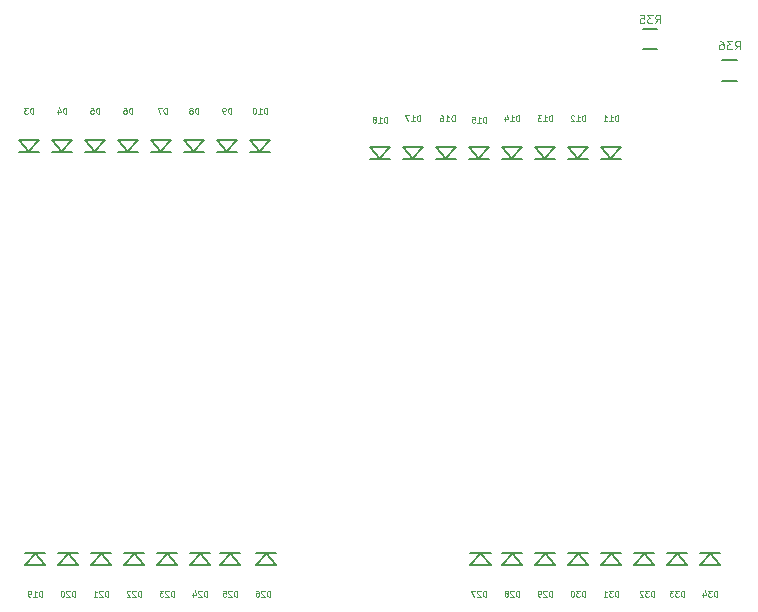
<source format=gbr>
G04 #@! TF.FileFunction,Legend,Bot*
%FSLAX46Y46*%
G04 Gerber Fmt 4.6, Leading zero omitted, Abs format (unit mm)*
G04 Created by KiCad (PCBNEW 201611211049+7371~55~ubuntu16.10.1-product) date Tue Dec 27 15:06:12 2016*
%MOMM*%
%LPD*%
G01*
G04 APERTURE LIST*
%ADD10C,0.100000*%
%ADD11C,0.150000*%
%ADD12C,0.125000*%
G04 APERTURE END LIST*
D10*
D11*
X140157200Y-65424240D02*
X141058000Y-64423480D01*
X141058000Y-64423480D02*
X139358000Y-64423480D01*
X139358000Y-64423480D02*
X140208000Y-65424240D01*
X141058000Y-65424240D02*
X139358000Y-65424240D01*
X142951200Y-65424240D02*
X143852000Y-64423480D01*
X143852000Y-64423480D02*
X142152000Y-64423480D01*
X142152000Y-64423480D02*
X143002000Y-65424240D01*
X143852000Y-65424240D02*
X142152000Y-65424240D01*
X145745200Y-65424240D02*
X146646000Y-64423480D01*
X146646000Y-64423480D02*
X144946000Y-64423480D01*
X144946000Y-64423480D02*
X145796000Y-65424240D01*
X146646000Y-65424240D02*
X144946000Y-65424240D01*
X149440000Y-65424240D02*
X147740000Y-65424240D01*
X147740000Y-64423480D02*
X148590000Y-65424240D01*
X149440000Y-64423480D02*
X147740000Y-64423480D01*
X148539200Y-65424240D02*
X149440000Y-64423480D01*
X151333200Y-65424240D02*
X152234000Y-64423480D01*
X152234000Y-64423480D02*
X150534000Y-64423480D01*
X150534000Y-64423480D02*
X151384000Y-65424240D01*
X152234000Y-65424240D02*
X150534000Y-65424240D01*
X154127200Y-65424240D02*
X155028000Y-64423480D01*
X155028000Y-64423480D02*
X153328000Y-64423480D01*
X153328000Y-64423480D02*
X154178000Y-65424240D01*
X155028000Y-65424240D02*
X153328000Y-65424240D01*
X157822000Y-65424240D02*
X156122000Y-65424240D01*
X156122000Y-64423480D02*
X156972000Y-65424240D01*
X157822000Y-64423480D02*
X156122000Y-64423480D01*
X156921200Y-65424240D02*
X157822000Y-64423480D01*
X159715200Y-65424240D02*
X160616000Y-64423480D01*
X160616000Y-64423480D02*
X158916000Y-64423480D01*
X158916000Y-64423480D02*
X159766000Y-65424240D01*
X160616000Y-65424240D02*
X158916000Y-65424240D01*
X189433200Y-66059240D02*
X190334000Y-65058480D01*
X190334000Y-65058480D02*
X188634000Y-65058480D01*
X188634000Y-65058480D02*
X189484000Y-66059240D01*
X190334000Y-66059240D02*
X188634000Y-66059240D01*
X186639200Y-66059240D02*
X187540000Y-65058480D01*
X187540000Y-65058480D02*
X185840000Y-65058480D01*
X185840000Y-65058480D02*
X186690000Y-66059240D01*
X187540000Y-66059240D02*
X185840000Y-66059240D01*
X183845200Y-66059240D02*
X184746000Y-65058480D01*
X184746000Y-65058480D02*
X183046000Y-65058480D01*
X183046000Y-65058480D02*
X183896000Y-66059240D01*
X184746000Y-66059240D02*
X183046000Y-66059240D01*
X181051200Y-66059240D02*
X181952000Y-65058480D01*
X181952000Y-65058480D02*
X180252000Y-65058480D01*
X180252000Y-65058480D02*
X181102000Y-66059240D01*
X181952000Y-66059240D02*
X180252000Y-66059240D01*
X178257200Y-66059240D02*
X179158000Y-65058480D01*
X179158000Y-65058480D02*
X177458000Y-65058480D01*
X177458000Y-65058480D02*
X178308000Y-66059240D01*
X179158000Y-66059240D02*
X177458000Y-66059240D01*
X175463200Y-66059240D02*
X176364000Y-65058480D01*
X176364000Y-65058480D02*
X174664000Y-65058480D01*
X174664000Y-65058480D02*
X175514000Y-66059240D01*
X176364000Y-66059240D02*
X174664000Y-66059240D01*
X172669200Y-66059240D02*
X173570000Y-65058480D01*
X173570000Y-65058480D02*
X171870000Y-65058480D01*
X171870000Y-65058480D02*
X172720000Y-66059240D01*
X173570000Y-66059240D02*
X171870000Y-66059240D01*
X169875200Y-66059240D02*
X170776000Y-65058480D01*
X170776000Y-65058480D02*
X169076000Y-65058480D01*
X169076000Y-65058480D02*
X169926000Y-66059240D01*
X170776000Y-66059240D02*
X169076000Y-66059240D01*
X140766800Y-99421760D02*
X139866000Y-100422520D01*
X139866000Y-100422520D02*
X141566000Y-100422520D01*
X141566000Y-100422520D02*
X140716000Y-99421760D01*
X139866000Y-99421760D02*
X141566000Y-99421760D01*
X143560800Y-99421760D02*
X142660000Y-100422520D01*
X142660000Y-100422520D02*
X144360000Y-100422520D01*
X144360000Y-100422520D02*
X143510000Y-99421760D01*
X142660000Y-99421760D02*
X144360000Y-99421760D01*
X146354800Y-99421760D02*
X145454000Y-100422520D01*
X145454000Y-100422520D02*
X147154000Y-100422520D01*
X147154000Y-100422520D02*
X146304000Y-99421760D01*
X145454000Y-99421760D02*
X147154000Y-99421760D01*
X149148800Y-99421760D02*
X148248000Y-100422520D01*
X148248000Y-100422520D02*
X149948000Y-100422520D01*
X149948000Y-100422520D02*
X149098000Y-99421760D01*
X148248000Y-99421760D02*
X149948000Y-99421760D01*
X151942800Y-99421760D02*
X151042000Y-100422520D01*
X151042000Y-100422520D02*
X152742000Y-100422520D01*
X152742000Y-100422520D02*
X151892000Y-99421760D01*
X151042000Y-99421760D02*
X152742000Y-99421760D01*
X154736800Y-99421760D02*
X153836000Y-100422520D01*
X153836000Y-100422520D02*
X155536000Y-100422520D01*
X155536000Y-100422520D02*
X154686000Y-99421760D01*
X153836000Y-99421760D02*
X155536000Y-99421760D01*
X157276800Y-99421760D02*
X156376000Y-100422520D01*
X156376000Y-100422520D02*
X158076000Y-100422520D01*
X158076000Y-100422520D02*
X157226000Y-99421760D01*
X156376000Y-99421760D02*
X158076000Y-99421760D01*
X160324800Y-99421760D02*
X159424000Y-100422520D01*
X159424000Y-100422520D02*
X161124000Y-100422520D01*
X161124000Y-100422520D02*
X160274000Y-99421760D01*
X159424000Y-99421760D02*
X161124000Y-99421760D01*
X178485800Y-99421760D02*
X177585000Y-100422520D01*
X177585000Y-100422520D02*
X179285000Y-100422520D01*
X179285000Y-100422520D02*
X178435000Y-99421760D01*
X177585000Y-99421760D02*
X179285000Y-99421760D01*
X181152800Y-99421760D02*
X180252000Y-100422520D01*
X180252000Y-100422520D02*
X181952000Y-100422520D01*
X181952000Y-100422520D02*
X181102000Y-99421760D01*
X180252000Y-99421760D02*
X181952000Y-99421760D01*
X183946800Y-99421760D02*
X183046000Y-100422520D01*
X183046000Y-100422520D02*
X184746000Y-100422520D01*
X184746000Y-100422520D02*
X183896000Y-99421760D01*
X183046000Y-99421760D02*
X184746000Y-99421760D01*
X186740800Y-99421760D02*
X185840000Y-100422520D01*
X185840000Y-100422520D02*
X187540000Y-100422520D01*
X187540000Y-100422520D02*
X186690000Y-99421760D01*
X185840000Y-99421760D02*
X187540000Y-99421760D01*
X189534800Y-99421760D02*
X188634000Y-100422520D01*
X188634000Y-100422520D02*
X190334000Y-100422520D01*
X190334000Y-100422520D02*
X189484000Y-99421760D01*
X188634000Y-99421760D02*
X190334000Y-99421760D01*
X192328800Y-99421760D02*
X191428000Y-100422520D01*
X191428000Y-100422520D02*
X193128000Y-100422520D01*
X193128000Y-100422520D02*
X192278000Y-99421760D01*
X191428000Y-99421760D02*
X193128000Y-99421760D01*
X195122800Y-99421760D02*
X194222000Y-100422520D01*
X194222000Y-100422520D02*
X195922000Y-100422520D01*
X195922000Y-100422520D02*
X195072000Y-99421760D01*
X194222000Y-99421760D02*
X195922000Y-99421760D01*
X197916800Y-99421760D02*
X197016000Y-100422520D01*
X197016000Y-100422520D02*
X198716000Y-100422520D01*
X198716000Y-100422520D02*
X197866000Y-99421760D01*
X197016000Y-99421760D02*
X198716000Y-99421760D01*
X193386000Y-55005000D02*
X192186000Y-55005000D01*
X192186000Y-56755000D02*
X193386000Y-56755000D01*
X200117000Y-57672000D02*
X198917000Y-57672000D01*
X198917000Y-59422000D02*
X200117000Y-59422000D01*
D12*
X140577047Y-62202190D02*
X140577047Y-61702190D01*
X140458000Y-61702190D01*
X140386571Y-61726000D01*
X140338952Y-61773619D01*
X140315142Y-61821238D01*
X140291333Y-61916476D01*
X140291333Y-61987904D01*
X140315142Y-62083142D01*
X140338952Y-62130761D01*
X140386571Y-62178380D01*
X140458000Y-62202190D01*
X140577047Y-62202190D01*
X140124666Y-61702190D02*
X139815142Y-61702190D01*
X139981809Y-61892666D01*
X139910380Y-61892666D01*
X139862761Y-61916476D01*
X139838952Y-61940285D01*
X139815142Y-61987904D01*
X139815142Y-62106952D01*
X139838952Y-62154571D01*
X139862761Y-62178380D01*
X139910380Y-62202190D01*
X140053238Y-62202190D01*
X140100857Y-62178380D01*
X140124666Y-62154571D01*
X143371047Y-62202190D02*
X143371047Y-61702190D01*
X143252000Y-61702190D01*
X143180571Y-61726000D01*
X143132952Y-61773619D01*
X143109142Y-61821238D01*
X143085333Y-61916476D01*
X143085333Y-61987904D01*
X143109142Y-62083142D01*
X143132952Y-62130761D01*
X143180571Y-62178380D01*
X143252000Y-62202190D01*
X143371047Y-62202190D01*
X142656761Y-61868857D02*
X142656761Y-62202190D01*
X142775809Y-61678380D02*
X142894857Y-62035523D01*
X142585333Y-62035523D01*
X146165047Y-62202190D02*
X146165047Y-61702190D01*
X146046000Y-61702190D01*
X145974571Y-61726000D01*
X145926952Y-61773619D01*
X145903142Y-61821238D01*
X145879333Y-61916476D01*
X145879333Y-61987904D01*
X145903142Y-62083142D01*
X145926952Y-62130761D01*
X145974571Y-62178380D01*
X146046000Y-62202190D01*
X146165047Y-62202190D01*
X145426952Y-61702190D02*
X145665047Y-61702190D01*
X145688857Y-61940285D01*
X145665047Y-61916476D01*
X145617428Y-61892666D01*
X145498380Y-61892666D01*
X145450761Y-61916476D01*
X145426952Y-61940285D01*
X145403142Y-61987904D01*
X145403142Y-62106952D01*
X145426952Y-62154571D01*
X145450761Y-62178380D01*
X145498380Y-62202190D01*
X145617428Y-62202190D01*
X145665047Y-62178380D01*
X145688857Y-62154571D01*
X148959047Y-62202190D02*
X148959047Y-61702190D01*
X148840000Y-61702190D01*
X148768571Y-61726000D01*
X148720952Y-61773619D01*
X148697142Y-61821238D01*
X148673333Y-61916476D01*
X148673333Y-61987904D01*
X148697142Y-62083142D01*
X148720952Y-62130761D01*
X148768571Y-62178380D01*
X148840000Y-62202190D01*
X148959047Y-62202190D01*
X148244761Y-61702190D02*
X148340000Y-61702190D01*
X148387619Y-61726000D01*
X148411428Y-61749809D01*
X148459047Y-61821238D01*
X148482857Y-61916476D01*
X148482857Y-62106952D01*
X148459047Y-62154571D01*
X148435238Y-62178380D01*
X148387619Y-62202190D01*
X148292380Y-62202190D01*
X148244761Y-62178380D01*
X148220952Y-62154571D01*
X148197142Y-62106952D01*
X148197142Y-61987904D01*
X148220952Y-61940285D01*
X148244761Y-61916476D01*
X148292380Y-61892666D01*
X148387619Y-61892666D01*
X148435238Y-61916476D01*
X148459047Y-61940285D01*
X148482857Y-61987904D01*
X151880047Y-62202190D02*
X151880047Y-61702190D01*
X151761000Y-61702190D01*
X151689571Y-61726000D01*
X151641952Y-61773619D01*
X151618142Y-61821238D01*
X151594333Y-61916476D01*
X151594333Y-61987904D01*
X151618142Y-62083142D01*
X151641952Y-62130761D01*
X151689571Y-62178380D01*
X151761000Y-62202190D01*
X151880047Y-62202190D01*
X151427666Y-61702190D02*
X151094333Y-61702190D01*
X151308619Y-62202190D01*
X154547047Y-62202190D02*
X154547047Y-61702190D01*
X154428000Y-61702190D01*
X154356571Y-61726000D01*
X154308952Y-61773619D01*
X154285142Y-61821238D01*
X154261333Y-61916476D01*
X154261333Y-61987904D01*
X154285142Y-62083142D01*
X154308952Y-62130761D01*
X154356571Y-62178380D01*
X154428000Y-62202190D01*
X154547047Y-62202190D01*
X153975619Y-61916476D02*
X154023238Y-61892666D01*
X154047047Y-61868857D01*
X154070857Y-61821238D01*
X154070857Y-61797428D01*
X154047047Y-61749809D01*
X154023238Y-61726000D01*
X153975619Y-61702190D01*
X153880380Y-61702190D01*
X153832761Y-61726000D01*
X153808952Y-61749809D01*
X153785142Y-61797428D01*
X153785142Y-61821238D01*
X153808952Y-61868857D01*
X153832761Y-61892666D01*
X153880380Y-61916476D01*
X153975619Y-61916476D01*
X154023238Y-61940285D01*
X154047047Y-61964095D01*
X154070857Y-62011714D01*
X154070857Y-62106952D01*
X154047047Y-62154571D01*
X154023238Y-62178380D01*
X153975619Y-62202190D01*
X153880380Y-62202190D01*
X153832761Y-62178380D01*
X153808952Y-62154571D01*
X153785142Y-62106952D01*
X153785142Y-62011714D01*
X153808952Y-61964095D01*
X153832761Y-61940285D01*
X153880380Y-61916476D01*
X157341047Y-62202190D02*
X157341047Y-61702190D01*
X157222000Y-61702190D01*
X157150571Y-61726000D01*
X157102952Y-61773619D01*
X157079142Y-61821238D01*
X157055333Y-61916476D01*
X157055333Y-61987904D01*
X157079142Y-62083142D01*
X157102952Y-62130761D01*
X157150571Y-62178380D01*
X157222000Y-62202190D01*
X157341047Y-62202190D01*
X156817238Y-62202190D02*
X156722000Y-62202190D01*
X156674380Y-62178380D01*
X156650571Y-62154571D01*
X156602952Y-62083142D01*
X156579142Y-61987904D01*
X156579142Y-61797428D01*
X156602952Y-61749809D01*
X156626761Y-61726000D01*
X156674380Y-61702190D01*
X156769619Y-61702190D01*
X156817238Y-61726000D01*
X156841047Y-61749809D01*
X156864857Y-61797428D01*
X156864857Y-61916476D01*
X156841047Y-61964095D01*
X156817238Y-61987904D01*
X156769619Y-62011714D01*
X156674380Y-62011714D01*
X156626761Y-61987904D01*
X156602952Y-61964095D01*
X156579142Y-61916476D01*
X160373142Y-62202190D02*
X160373142Y-61702190D01*
X160254095Y-61702190D01*
X160182666Y-61726000D01*
X160135047Y-61773619D01*
X160111238Y-61821238D01*
X160087428Y-61916476D01*
X160087428Y-61987904D01*
X160111238Y-62083142D01*
X160135047Y-62130761D01*
X160182666Y-62178380D01*
X160254095Y-62202190D01*
X160373142Y-62202190D01*
X159611238Y-62202190D02*
X159896952Y-62202190D01*
X159754095Y-62202190D02*
X159754095Y-61702190D01*
X159801714Y-61773619D01*
X159849333Y-61821238D01*
X159896952Y-61845047D01*
X159301714Y-61702190D02*
X159254095Y-61702190D01*
X159206476Y-61726000D01*
X159182666Y-61749809D01*
X159158857Y-61797428D01*
X159135047Y-61892666D01*
X159135047Y-62011714D01*
X159158857Y-62106952D01*
X159182666Y-62154571D01*
X159206476Y-62178380D01*
X159254095Y-62202190D01*
X159301714Y-62202190D01*
X159349333Y-62178380D01*
X159373142Y-62154571D01*
X159396952Y-62106952D01*
X159420761Y-62011714D01*
X159420761Y-61892666D01*
X159396952Y-61797428D01*
X159373142Y-61749809D01*
X159349333Y-61726000D01*
X159301714Y-61702190D01*
X190091142Y-62837190D02*
X190091142Y-62337190D01*
X189972095Y-62337190D01*
X189900666Y-62361000D01*
X189853047Y-62408619D01*
X189829238Y-62456238D01*
X189805428Y-62551476D01*
X189805428Y-62622904D01*
X189829238Y-62718142D01*
X189853047Y-62765761D01*
X189900666Y-62813380D01*
X189972095Y-62837190D01*
X190091142Y-62837190D01*
X189329238Y-62837190D02*
X189614952Y-62837190D01*
X189472095Y-62837190D02*
X189472095Y-62337190D01*
X189519714Y-62408619D01*
X189567333Y-62456238D01*
X189614952Y-62480047D01*
X188853047Y-62837190D02*
X189138761Y-62837190D01*
X188995904Y-62837190D02*
X188995904Y-62337190D01*
X189043523Y-62408619D01*
X189091142Y-62456238D01*
X189138761Y-62480047D01*
X187297142Y-62837190D02*
X187297142Y-62337190D01*
X187178095Y-62337190D01*
X187106666Y-62361000D01*
X187059047Y-62408619D01*
X187035238Y-62456238D01*
X187011428Y-62551476D01*
X187011428Y-62622904D01*
X187035238Y-62718142D01*
X187059047Y-62765761D01*
X187106666Y-62813380D01*
X187178095Y-62837190D01*
X187297142Y-62837190D01*
X186535238Y-62837190D02*
X186820952Y-62837190D01*
X186678095Y-62837190D02*
X186678095Y-62337190D01*
X186725714Y-62408619D01*
X186773333Y-62456238D01*
X186820952Y-62480047D01*
X186344761Y-62384809D02*
X186320952Y-62361000D01*
X186273333Y-62337190D01*
X186154285Y-62337190D01*
X186106666Y-62361000D01*
X186082857Y-62384809D01*
X186059047Y-62432428D01*
X186059047Y-62480047D01*
X186082857Y-62551476D01*
X186368571Y-62837190D01*
X186059047Y-62837190D01*
X184503142Y-62837190D02*
X184503142Y-62337190D01*
X184384095Y-62337190D01*
X184312666Y-62361000D01*
X184265047Y-62408619D01*
X184241238Y-62456238D01*
X184217428Y-62551476D01*
X184217428Y-62622904D01*
X184241238Y-62718142D01*
X184265047Y-62765761D01*
X184312666Y-62813380D01*
X184384095Y-62837190D01*
X184503142Y-62837190D01*
X183741238Y-62837190D02*
X184026952Y-62837190D01*
X183884095Y-62837190D02*
X183884095Y-62337190D01*
X183931714Y-62408619D01*
X183979333Y-62456238D01*
X184026952Y-62480047D01*
X183574571Y-62337190D02*
X183265047Y-62337190D01*
X183431714Y-62527666D01*
X183360285Y-62527666D01*
X183312666Y-62551476D01*
X183288857Y-62575285D01*
X183265047Y-62622904D01*
X183265047Y-62741952D01*
X183288857Y-62789571D01*
X183312666Y-62813380D01*
X183360285Y-62837190D01*
X183503142Y-62837190D01*
X183550761Y-62813380D01*
X183574571Y-62789571D01*
X181709142Y-62837190D02*
X181709142Y-62337190D01*
X181590095Y-62337190D01*
X181518666Y-62361000D01*
X181471047Y-62408619D01*
X181447238Y-62456238D01*
X181423428Y-62551476D01*
X181423428Y-62622904D01*
X181447238Y-62718142D01*
X181471047Y-62765761D01*
X181518666Y-62813380D01*
X181590095Y-62837190D01*
X181709142Y-62837190D01*
X180947238Y-62837190D02*
X181232952Y-62837190D01*
X181090095Y-62837190D02*
X181090095Y-62337190D01*
X181137714Y-62408619D01*
X181185333Y-62456238D01*
X181232952Y-62480047D01*
X180518666Y-62503857D02*
X180518666Y-62837190D01*
X180637714Y-62313380D02*
X180756761Y-62670523D01*
X180447238Y-62670523D01*
X178915142Y-62964190D02*
X178915142Y-62464190D01*
X178796095Y-62464190D01*
X178724666Y-62488000D01*
X178677047Y-62535619D01*
X178653238Y-62583238D01*
X178629428Y-62678476D01*
X178629428Y-62749904D01*
X178653238Y-62845142D01*
X178677047Y-62892761D01*
X178724666Y-62940380D01*
X178796095Y-62964190D01*
X178915142Y-62964190D01*
X178153238Y-62964190D02*
X178438952Y-62964190D01*
X178296095Y-62964190D02*
X178296095Y-62464190D01*
X178343714Y-62535619D01*
X178391333Y-62583238D01*
X178438952Y-62607047D01*
X177700857Y-62464190D02*
X177938952Y-62464190D01*
X177962761Y-62702285D01*
X177938952Y-62678476D01*
X177891333Y-62654666D01*
X177772285Y-62654666D01*
X177724666Y-62678476D01*
X177700857Y-62702285D01*
X177677047Y-62749904D01*
X177677047Y-62868952D01*
X177700857Y-62916571D01*
X177724666Y-62940380D01*
X177772285Y-62964190D01*
X177891333Y-62964190D01*
X177938952Y-62940380D01*
X177962761Y-62916571D01*
X176248142Y-62837190D02*
X176248142Y-62337190D01*
X176129095Y-62337190D01*
X176057666Y-62361000D01*
X176010047Y-62408619D01*
X175986238Y-62456238D01*
X175962428Y-62551476D01*
X175962428Y-62622904D01*
X175986238Y-62718142D01*
X176010047Y-62765761D01*
X176057666Y-62813380D01*
X176129095Y-62837190D01*
X176248142Y-62837190D01*
X175486238Y-62837190D02*
X175771952Y-62837190D01*
X175629095Y-62837190D02*
X175629095Y-62337190D01*
X175676714Y-62408619D01*
X175724333Y-62456238D01*
X175771952Y-62480047D01*
X175057666Y-62337190D02*
X175152904Y-62337190D01*
X175200523Y-62361000D01*
X175224333Y-62384809D01*
X175271952Y-62456238D01*
X175295761Y-62551476D01*
X175295761Y-62741952D01*
X175271952Y-62789571D01*
X175248142Y-62813380D01*
X175200523Y-62837190D01*
X175105285Y-62837190D01*
X175057666Y-62813380D01*
X175033857Y-62789571D01*
X175010047Y-62741952D01*
X175010047Y-62622904D01*
X175033857Y-62575285D01*
X175057666Y-62551476D01*
X175105285Y-62527666D01*
X175200523Y-62527666D01*
X175248142Y-62551476D01*
X175271952Y-62575285D01*
X175295761Y-62622904D01*
X173327142Y-62837190D02*
X173327142Y-62337190D01*
X173208095Y-62337190D01*
X173136666Y-62361000D01*
X173089047Y-62408619D01*
X173065238Y-62456238D01*
X173041428Y-62551476D01*
X173041428Y-62622904D01*
X173065238Y-62718142D01*
X173089047Y-62765761D01*
X173136666Y-62813380D01*
X173208095Y-62837190D01*
X173327142Y-62837190D01*
X172565238Y-62837190D02*
X172850952Y-62837190D01*
X172708095Y-62837190D02*
X172708095Y-62337190D01*
X172755714Y-62408619D01*
X172803333Y-62456238D01*
X172850952Y-62480047D01*
X172398571Y-62337190D02*
X172065238Y-62337190D01*
X172279523Y-62837190D01*
X170533142Y-62964190D02*
X170533142Y-62464190D01*
X170414095Y-62464190D01*
X170342666Y-62488000D01*
X170295047Y-62535619D01*
X170271238Y-62583238D01*
X170247428Y-62678476D01*
X170247428Y-62749904D01*
X170271238Y-62845142D01*
X170295047Y-62892761D01*
X170342666Y-62940380D01*
X170414095Y-62964190D01*
X170533142Y-62964190D01*
X169771238Y-62964190D02*
X170056952Y-62964190D01*
X169914095Y-62964190D02*
X169914095Y-62464190D01*
X169961714Y-62535619D01*
X170009333Y-62583238D01*
X170056952Y-62607047D01*
X169485523Y-62678476D02*
X169533142Y-62654666D01*
X169556952Y-62630857D01*
X169580761Y-62583238D01*
X169580761Y-62559428D01*
X169556952Y-62511809D01*
X169533142Y-62488000D01*
X169485523Y-62464190D01*
X169390285Y-62464190D01*
X169342666Y-62488000D01*
X169318857Y-62511809D01*
X169295047Y-62559428D01*
X169295047Y-62583238D01*
X169318857Y-62630857D01*
X169342666Y-62654666D01*
X169390285Y-62678476D01*
X169485523Y-62678476D01*
X169533142Y-62702285D01*
X169556952Y-62726095D01*
X169580761Y-62773714D01*
X169580761Y-62868952D01*
X169556952Y-62916571D01*
X169533142Y-62940380D01*
X169485523Y-62964190D01*
X169390285Y-62964190D01*
X169342666Y-62940380D01*
X169318857Y-62916571D01*
X169295047Y-62868952D01*
X169295047Y-62773714D01*
X169318857Y-62726095D01*
X169342666Y-62702285D01*
X169390285Y-62678476D01*
X141323142Y-103096190D02*
X141323142Y-102596190D01*
X141204095Y-102596190D01*
X141132666Y-102620000D01*
X141085047Y-102667619D01*
X141061238Y-102715238D01*
X141037428Y-102810476D01*
X141037428Y-102881904D01*
X141061238Y-102977142D01*
X141085047Y-103024761D01*
X141132666Y-103072380D01*
X141204095Y-103096190D01*
X141323142Y-103096190D01*
X140561238Y-103096190D02*
X140846952Y-103096190D01*
X140704095Y-103096190D02*
X140704095Y-102596190D01*
X140751714Y-102667619D01*
X140799333Y-102715238D01*
X140846952Y-102739047D01*
X140323142Y-103096190D02*
X140227904Y-103096190D01*
X140180285Y-103072380D01*
X140156476Y-103048571D01*
X140108857Y-102977142D01*
X140085047Y-102881904D01*
X140085047Y-102691428D01*
X140108857Y-102643809D01*
X140132666Y-102620000D01*
X140180285Y-102596190D01*
X140275523Y-102596190D01*
X140323142Y-102620000D01*
X140346952Y-102643809D01*
X140370761Y-102691428D01*
X140370761Y-102810476D01*
X140346952Y-102858095D01*
X140323142Y-102881904D01*
X140275523Y-102905714D01*
X140180285Y-102905714D01*
X140132666Y-102881904D01*
X140108857Y-102858095D01*
X140085047Y-102810476D01*
X144117142Y-103096190D02*
X144117142Y-102596190D01*
X143998095Y-102596190D01*
X143926666Y-102620000D01*
X143879047Y-102667619D01*
X143855238Y-102715238D01*
X143831428Y-102810476D01*
X143831428Y-102881904D01*
X143855238Y-102977142D01*
X143879047Y-103024761D01*
X143926666Y-103072380D01*
X143998095Y-103096190D01*
X144117142Y-103096190D01*
X143640952Y-102643809D02*
X143617142Y-102620000D01*
X143569523Y-102596190D01*
X143450476Y-102596190D01*
X143402857Y-102620000D01*
X143379047Y-102643809D01*
X143355238Y-102691428D01*
X143355238Y-102739047D01*
X143379047Y-102810476D01*
X143664761Y-103096190D01*
X143355238Y-103096190D01*
X143045714Y-102596190D02*
X142998095Y-102596190D01*
X142950476Y-102620000D01*
X142926666Y-102643809D01*
X142902857Y-102691428D01*
X142879047Y-102786666D01*
X142879047Y-102905714D01*
X142902857Y-103000952D01*
X142926666Y-103048571D01*
X142950476Y-103072380D01*
X142998095Y-103096190D01*
X143045714Y-103096190D01*
X143093333Y-103072380D01*
X143117142Y-103048571D01*
X143140952Y-103000952D01*
X143164761Y-102905714D01*
X143164761Y-102786666D01*
X143140952Y-102691428D01*
X143117142Y-102643809D01*
X143093333Y-102620000D01*
X143045714Y-102596190D01*
X146911142Y-103096190D02*
X146911142Y-102596190D01*
X146792095Y-102596190D01*
X146720666Y-102620000D01*
X146673047Y-102667619D01*
X146649238Y-102715238D01*
X146625428Y-102810476D01*
X146625428Y-102881904D01*
X146649238Y-102977142D01*
X146673047Y-103024761D01*
X146720666Y-103072380D01*
X146792095Y-103096190D01*
X146911142Y-103096190D01*
X146434952Y-102643809D02*
X146411142Y-102620000D01*
X146363523Y-102596190D01*
X146244476Y-102596190D01*
X146196857Y-102620000D01*
X146173047Y-102643809D01*
X146149238Y-102691428D01*
X146149238Y-102739047D01*
X146173047Y-102810476D01*
X146458761Y-103096190D01*
X146149238Y-103096190D01*
X145673047Y-103096190D02*
X145958761Y-103096190D01*
X145815904Y-103096190D02*
X145815904Y-102596190D01*
X145863523Y-102667619D01*
X145911142Y-102715238D01*
X145958761Y-102739047D01*
X149705142Y-103096190D02*
X149705142Y-102596190D01*
X149586095Y-102596190D01*
X149514666Y-102620000D01*
X149467047Y-102667619D01*
X149443238Y-102715238D01*
X149419428Y-102810476D01*
X149419428Y-102881904D01*
X149443238Y-102977142D01*
X149467047Y-103024761D01*
X149514666Y-103072380D01*
X149586095Y-103096190D01*
X149705142Y-103096190D01*
X149228952Y-102643809D02*
X149205142Y-102620000D01*
X149157523Y-102596190D01*
X149038476Y-102596190D01*
X148990857Y-102620000D01*
X148967047Y-102643809D01*
X148943238Y-102691428D01*
X148943238Y-102739047D01*
X148967047Y-102810476D01*
X149252761Y-103096190D01*
X148943238Y-103096190D01*
X148752761Y-102643809D02*
X148728952Y-102620000D01*
X148681333Y-102596190D01*
X148562285Y-102596190D01*
X148514666Y-102620000D01*
X148490857Y-102643809D01*
X148467047Y-102691428D01*
X148467047Y-102739047D01*
X148490857Y-102810476D01*
X148776571Y-103096190D01*
X148467047Y-103096190D01*
X152499142Y-103096190D02*
X152499142Y-102596190D01*
X152380095Y-102596190D01*
X152308666Y-102620000D01*
X152261047Y-102667619D01*
X152237238Y-102715238D01*
X152213428Y-102810476D01*
X152213428Y-102881904D01*
X152237238Y-102977142D01*
X152261047Y-103024761D01*
X152308666Y-103072380D01*
X152380095Y-103096190D01*
X152499142Y-103096190D01*
X152022952Y-102643809D02*
X151999142Y-102620000D01*
X151951523Y-102596190D01*
X151832476Y-102596190D01*
X151784857Y-102620000D01*
X151761047Y-102643809D01*
X151737238Y-102691428D01*
X151737238Y-102739047D01*
X151761047Y-102810476D01*
X152046761Y-103096190D01*
X151737238Y-103096190D01*
X151570571Y-102596190D02*
X151261047Y-102596190D01*
X151427714Y-102786666D01*
X151356285Y-102786666D01*
X151308666Y-102810476D01*
X151284857Y-102834285D01*
X151261047Y-102881904D01*
X151261047Y-103000952D01*
X151284857Y-103048571D01*
X151308666Y-103072380D01*
X151356285Y-103096190D01*
X151499142Y-103096190D01*
X151546761Y-103072380D01*
X151570571Y-103048571D01*
X155293142Y-103096190D02*
X155293142Y-102596190D01*
X155174095Y-102596190D01*
X155102666Y-102620000D01*
X155055047Y-102667619D01*
X155031238Y-102715238D01*
X155007428Y-102810476D01*
X155007428Y-102881904D01*
X155031238Y-102977142D01*
X155055047Y-103024761D01*
X155102666Y-103072380D01*
X155174095Y-103096190D01*
X155293142Y-103096190D01*
X154816952Y-102643809D02*
X154793142Y-102620000D01*
X154745523Y-102596190D01*
X154626476Y-102596190D01*
X154578857Y-102620000D01*
X154555047Y-102643809D01*
X154531238Y-102691428D01*
X154531238Y-102739047D01*
X154555047Y-102810476D01*
X154840761Y-103096190D01*
X154531238Y-103096190D01*
X154102666Y-102762857D02*
X154102666Y-103096190D01*
X154221714Y-102572380D02*
X154340761Y-102929523D01*
X154031238Y-102929523D01*
X157833142Y-103096190D02*
X157833142Y-102596190D01*
X157714095Y-102596190D01*
X157642666Y-102620000D01*
X157595047Y-102667619D01*
X157571238Y-102715238D01*
X157547428Y-102810476D01*
X157547428Y-102881904D01*
X157571238Y-102977142D01*
X157595047Y-103024761D01*
X157642666Y-103072380D01*
X157714095Y-103096190D01*
X157833142Y-103096190D01*
X157356952Y-102643809D02*
X157333142Y-102620000D01*
X157285523Y-102596190D01*
X157166476Y-102596190D01*
X157118857Y-102620000D01*
X157095047Y-102643809D01*
X157071238Y-102691428D01*
X157071238Y-102739047D01*
X157095047Y-102810476D01*
X157380761Y-103096190D01*
X157071238Y-103096190D01*
X156618857Y-102596190D02*
X156856952Y-102596190D01*
X156880761Y-102834285D01*
X156856952Y-102810476D01*
X156809333Y-102786666D01*
X156690285Y-102786666D01*
X156642666Y-102810476D01*
X156618857Y-102834285D01*
X156595047Y-102881904D01*
X156595047Y-103000952D01*
X156618857Y-103048571D01*
X156642666Y-103072380D01*
X156690285Y-103096190D01*
X156809333Y-103096190D01*
X156856952Y-103072380D01*
X156880761Y-103048571D01*
X160627142Y-103096190D02*
X160627142Y-102596190D01*
X160508095Y-102596190D01*
X160436666Y-102620000D01*
X160389047Y-102667619D01*
X160365238Y-102715238D01*
X160341428Y-102810476D01*
X160341428Y-102881904D01*
X160365238Y-102977142D01*
X160389047Y-103024761D01*
X160436666Y-103072380D01*
X160508095Y-103096190D01*
X160627142Y-103096190D01*
X160150952Y-102643809D02*
X160127142Y-102620000D01*
X160079523Y-102596190D01*
X159960476Y-102596190D01*
X159912857Y-102620000D01*
X159889047Y-102643809D01*
X159865238Y-102691428D01*
X159865238Y-102739047D01*
X159889047Y-102810476D01*
X160174761Y-103096190D01*
X159865238Y-103096190D01*
X159436666Y-102596190D02*
X159531904Y-102596190D01*
X159579523Y-102620000D01*
X159603333Y-102643809D01*
X159650952Y-102715238D01*
X159674761Y-102810476D01*
X159674761Y-103000952D01*
X159650952Y-103048571D01*
X159627142Y-103072380D01*
X159579523Y-103096190D01*
X159484285Y-103096190D01*
X159436666Y-103072380D01*
X159412857Y-103048571D01*
X159389047Y-103000952D01*
X159389047Y-102881904D01*
X159412857Y-102834285D01*
X159436666Y-102810476D01*
X159484285Y-102786666D01*
X159579523Y-102786666D01*
X159627142Y-102810476D01*
X159650952Y-102834285D01*
X159674761Y-102881904D01*
X178915142Y-103096190D02*
X178915142Y-102596190D01*
X178796095Y-102596190D01*
X178724666Y-102620000D01*
X178677047Y-102667619D01*
X178653238Y-102715238D01*
X178629428Y-102810476D01*
X178629428Y-102881904D01*
X178653238Y-102977142D01*
X178677047Y-103024761D01*
X178724666Y-103072380D01*
X178796095Y-103096190D01*
X178915142Y-103096190D01*
X178438952Y-102643809D02*
X178415142Y-102620000D01*
X178367523Y-102596190D01*
X178248476Y-102596190D01*
X178200857Y-102620000D01*
X178177047Y-102643809D01*
X178153238Y-102691428D01*
X178153238Y-102739047D01*
X178177047Y-102810476D01*
X178462761Y-103096190D01*
X178153238Y-103096190D01*
X177986571Y-102596190D02*
X177653238Y-102596190D01*
X177867523Y-103096190D01*
X181709142Y-103096190D02*
X181709142Y-102596190D01*
X181590095Y-102596190D01*
X181518666Y-102620000D01*
X181471047Y-102667619D01*
X181447238Y-102715238D01*
X181423428Y-102810476D01*
X181423428Y-102881904D01*
X181447238Y-102977142D01*
X181471047Y-103024761D01*
X181518666Y-103072380D01*
X181590095Y-103096190D01*
X181709142Y-103096190D01*
X181232952Y-102643809D02*
X181209142Y-102620000D01*
X181161523Y-102596190D01*
X181042476Y-102596190D01*
X180994857Y-102620000D01*
X180971047Y-102643809D01*
X180947238Y-102691428D01*
X180947238Y-102739047D01*
X180971047Y-102810476D01*
X181256761Y-103096190D01*
X180947238Y-103096190D01*
X180661523Y-102810476D02*
X180709142Y-102786666D01*
X180732952Y-102762857D01*
X180756761Y-102715238D01*
X180756761Y-102691428D01*
X180732952Y-102643809D01*
X180709142Y-102620000D01*
X180661523Y-102596190D01*
X180566285Y-102596190D01*
X180518666Y-102620000D01*
X180494857Y-102643809D01*
X180471047Y-102691428D01*
X180471047Y-102715238D01*
X180494857Y-102762857D01*
X180518666Y-102786666D01*
X180566285Y-102810476D01*
X180661523Y-102810476D01*
X180709142Y-102834285D01*
X180732952Y-102858095D01*
X180756761Y-102905714D01*
X180756761Y-103000952D01*
X180732952Y-103048571D01*
X180709142Y-103072380D01*
X180661523Y-103096190D01*
X180566285Y-103096190D01*
X180518666Y-103072380D01*
X180494857Y-103048571D01*
X180471047Y-103000952D01*
X180471047Y-102905714D01*
X180494857Y-102858095D01*
X180518666Y-102834285D01*
X180566285Y-102810476D01*
X184503142Y-103096190D02*
X184503142Y-102596190D01*
X184384095Y-102596190D01*
X184312666Y-102620000D01*
X184265047Y-102667619D01*
X184241238Y-102715238D01*
X184217428Y-102810476D01*
X184217428Y-102881904D01*
X184241238Y-102977142D01*
X184265047Y-103024761D01*
X184312666Y-103072380D01*
X184384095Y-103096190D01*
X184503142Y-103096190D01*
X184026952Y-102643809D02*
X184003142Y-102620000D01*
X183955523Y-102596190D01*
X183836476Y-102596190D01*
X183788857Y-102620000D01*
X183765047Y-102643809D01*
X183741238Y-102691428D01*
X183741238Y-102739047D01*
X183765047Y-102810476D01*
X184050761Y-103096190D01*
X183741238Y-103096190D01*
X183503142Y-103096190D02*
X183407904Y-103096190D01*
X183360285Y-103072380D01*
X183336476Y-103048571D01*
X183288857Y-102977142D01*
X183265047Y-102881904D01*
X183265047Y-102691428D01*
X183288857Y-102643809D01*
X183312666Y-102620000D01*
X183360285Y-102596190D01*
X183455523Y-102596190D01*
X183503142Y-102620000D01*
X183526952Y-102643809D01*
X183550761Y-102691428D01*
X183550761Y-102810476D01*
X183526952Y-102858095D01*
X183503142Y-102881904D01*
X183455523Y-102905714D01*
X183360285Y-102905714D01*
X183312666Y-102881904D01*
X183288857Y-102858095D01*
X183265047Y-102810476D01*
X187297142Y-103096190D02*
X187297142Y-102596190D01*
X187178095Y-102596190D01*
X187106666Y-102620000D01*
X187059047Y-102667619D01*
X187035238Y-102715238D01*
X187011428Y-102810476D01*
X187011428Y-102881904D01*
X187035238Y-102977142D01*
X187059047Y-103024761D01*
X187106666Y-103072380D01*
X187178095Y-103096190D01*
X187297142Y-103096190D01*
X186844761Y-102596190D02*
X186535238Y-102596190D01*
X186701904Y-102786666D01*
X186630476Y-102786666D01*
X186582857Y-102810476D01*
X186559047Y-102834285D01*
X186535238Y-102881904D01*
X186535238Y-103000952D01*
X186559047Y-103048571D01*
X186582857Y-103072380D01*
X186630476Y-103096190D01*
X186773333Y-103096190D01*
X186820952Y-103072380D01*
X186844761Y-103048571D01*
X186225714Y-102596190D02*
X186178095Y-102596190D01*
X186130476Y-102620000D01*
X186106666Y-102643809D01*
X186082857Y-102691428D01*
X186059047Y-102786666D01*
X186059047Y-102905714D01*
X186082857Y-103000952D01*
X186106666Y-103048571D01*
X186130476Y-103072380D01*
X186178095Y-103096190D01*
X186225714Y-103096190D01*
X186273333Y-103072380D01*
X186297142Y-103048571D01*
X186320952Y-103000952D01*
X186344761Y-102905714D01*
X186344761Y-102786666D01*
X186320952Y-102691428D01*
X186297142Y-102643809D01*
X186273333Y-102620000D01*
X186225714Y-102596190D01*
X190091142Y-103096190D02*
X190091142Y-102596190D01*
X189972095Y-102596190D01*
X189900666Y-102620000D01*
X189853047Y-102667619D01*
X189829238Y-102715238D01*
X189805428Y-102810476D01*
X189805428Y-102881904D01*
X189829238Y-102977142D01*
X189853047Y-103024761D01*
X189900666Y-103072380D01*
X189972095Y-103096190D01*
X190091142Y-103096190D01*
X189638761Y-102596190D02*
X189329238Y-102596190D01*
X189495904Y-102786666D01*
X189424476Y-102786666D01*
X189376857Y-102810476D01*
X189353047Y-102834285D01*
X189329238Y-102881904D01*
X189329238Y-103000952D01*
X189353047Y-103048571D01*
X189376857Y-103072380D01*
X189424476Y-103096190D01*
X189567333Y-103096190D01*
X189614952Y-103072380D01*
X189638761Y-103048571D01*
X188853047Y-103096190D02*
X189138761Y-103096190D01*
X188995904Y-103096190D02*
X188995904Y-102596190D01*
X189043523Y-102667619D01*
X189091142Y-102715238D01*
X189138761Y-102739047D01*
X193139142Y-103096190D02*
X193139142Y-102596190D01*
X193020095Y-102596190D01*
X192948666Y-102620000D01*
X192901047Y-102667619D01*
X192877238Y-102715238D01*
X192853428Y-102810476D01*
X192853428Y-102881904D01*
X192877238Y-102977142D01*
X192901047Y-103024761D01*
X192948666Y-103072380D01*
X193020095Y-103096190D01*
X193139142Y-103096190D01*
X192686761Y-102596190D02*
X192377238Y-102596190D01*
X192543904Y-102786666D01*
X192472476Y-102786666D01*
X192424857Y-102810476D01*
X192401047Y-102834285D01*
X192377238Y-102881904D01*
X192377238Y-103000952D01*
X192401047Y-103048571D01*
X192424857Y-103072380D01*
X192472476Y-103096190D01*
X192615333Y-103096190D01*
X192662952Y-103072380D01*
X192686761Y-103048571D01*
X192186761Y-102643809D02*
X192162952Y-102620000D01*
X192115333Y-102596190D01*
X191996285Y-102596190D01*
X191948666Y-102620000D01*
X191924857Y-102643809D01*
X191901047Y-102691428D01*
X191901047Y-102739047D01*
X191924857Y-102810476D01*
X192210571Y-103096190D01*
X191901047Y-103096190D01*
X195679142Y-103096190D02*
X195679142Y-102596190D01*
X195560095Y-102596190D01*
X195488666Y-102620000D01*
X195441047Y-102667619D01*
X195417238Y-102715238D01*
X195393428Y-102810476D01*
X195393428Y-102881904D01*
X195417238Y-102977142D01*
X195441047Y-103024761D01*
X195488666Y-103072380D01*
X195560095Y-103096190D01*
X195679142Y-103096190D01*
X195226761Y-102596190D02*
X194917238Y-102596190D01*
X195083904Y-102786666D01*
X195012476Y-102786666D01*
X194964857Y-102810476D01*
X194941047Y-102834285D01*
X194917238Y-102881904D01*
X194917238Y-103000952D01*
X194941047Y-103048571D01*
X194964857Y-103072380D01*
X195012476Y-103096190D01*
X195155333Y-103096190D01*
X195202952Y-103072380D01*
X195226761Y-103048571D01*
X194750571Y-102596190D02*
X194441047Y-102596190D01*
X194607714Y-102786666D01*
X194536285Y-102786666D01*
X194488666Y-102810476D01*
X194464857Y-102834285D01*
X194441047Y-102881904D01*
X194441047Y-103000952D01*
X194464857Y-103048571D01*
X194488666Y-103072380D01*
X194536285Y-103096190D01*
X194679142Y-103096190D01*
X194726761Y-103072380D01*
X194750571Y-103048571D01*
X198473142Y-103096190D02*
X198473142Y-102596190D01*
X198354095Y-102596190D01*
X198282666Y-102620000D01*
X198235047Y-102667619D01*
X198211238Y-102715238D01*
X198187428Y-102810476D01*
X198187428Y-102881904D01*
X198211238Y-102977142D01*
X198235047Y-103024761D01*
X198282666Y-103072380D01*
X198354095Y-103096190D01*
X198473142Y-103096190D01*
X198020761Y-102596190D02*
X197711238Y-102596190D01*
X197877904Y-102786666D01*
X197806476Y-102786666D01*
X197758857Y-102810476D01*
X197735047Y-102834285D01*
X197711238Y-102881904D01*
X197711238Y-103000952D01*
X197735047Y-103048571D01*
X197758857Y-103072380D01*
X197806476Y-103096190D01*
X197949333Y-103096190D01*
X197996952Y-103072380D01*
X198020761Y-103048571D01*
X197282666Y-102762857D02*
X197282666Y-103096190D01*
X197401714Y-102572380D02*
X197520761Y-102929523D01*
X197211238Y-102929523D01*
X193236000Y-54545666D02*
X193469333Y-54212333D01*
X193636000Y-54545666D02*
X193636000Y-53845666D01*
X193369333Y-53845666D01*
X193302666Y-53879000D01*
X193269333Y-53912333D01*
X193236000Y-53979000D01*
X193236000Y-54079000D01*
X193269333Y-54145666D01*
X193302666Y-54179000D01*
X193369333Y-54212333D01*
X193636000Y-54212333D01*
X193002666Y-53845666D02*
X192569333Y-53845666D01*
X192802666Y-54112333D01*
X192702666Y-54112333D01*
X192636000Y-54145666D01*
X192602666Y-54179000D01*
X192569333Y-54245666D01*
X192569333Y-54412333D01*
X192602666Y-54479000D01*
X192636000Y-54512333D01*
X192702666Y-54545666D01*
X192902666Y-54545666D01*
X192969333Y-54512333D01*
X193002666Y-54479000D01*
X191936000Y-53845666D02*
X192269333Y-53845666D01*
X192302666Y-54179000D01*
X192269333Y-54145666D01*
X192202666Y-54112333D01*
X192036000Y-54112333D01*
X191969333Y-54145666D01*
X191936000Y-54179000D01*
X191902666Y-54245666D01*
X191902666Y-54412333D01*
X191936000Y-54479000D01*
X191969333Y-54512333D01*
X192036000Y-54545666D01*
X192202666Y-54545666D01*
X192269333Y-54512333D01*
X192302666Y-54479000D01*
X199967000Y-56763666D02*
X200200333Y-56430333D01*
X200367000Y-56763666D02*
X200367000Y-56063666D01*
X200100333Y-56063666D01*
X200033666Y-56097000D01*
X200000333Y-56130333D01*
X199967000Y-56197000D01*
X199967000Y-56297000D01*
X200000333Y-56363666D01*
X200033666Y-56397000D01*
X200100333Y-56430333D01*
X200367000Y-56430333D01*
X199733666Y-56063666D02*
X199300333Y-56063666D01*
X199533666Y-56330333D01*
X199433666Y-56330333D01*
X199367000Y-56363666D01*
X199333666Y-56397000D01*
X199300333Y-56463666D01*
X199300333Y-56630333D01*
X199333666Y-56697000D01*
X199367000Y-56730333D01*
X199433666Y-56763666D01*
X199633666Y-56763666D01*
X199700333Y-56730333D01*
X199733666Y-56697000D01*
X198700333Y-56063666D02*
X198833666Y-56063666D01*
X198900333Y-56097000D01*
X198933666Y-56130333D01*
X199000333Y-56230333D01*
X199033666Y-56363666D01*
X199033666Y-56630333D01*
X199000333Y-56697000D01*
X198967000Y-56730333D01*
X198900333Y-56763666D01*
X198767000Y-56763666D01*
X198700333Y-56730333D01*
X198667000Y-56697000D01*
X198633666Y-56630333D01*
X198633666Y-56463666D01*
X198667000Y-56397000D01*
X198700333Y-56363666D01*
X198767000Y-56330333D01*
X198900333Y-56330333D01*
X198967000Y-56363666D01*
X199000333Y-56397000D01*
X199033666Y-56463666D01*
M02*

</source>
